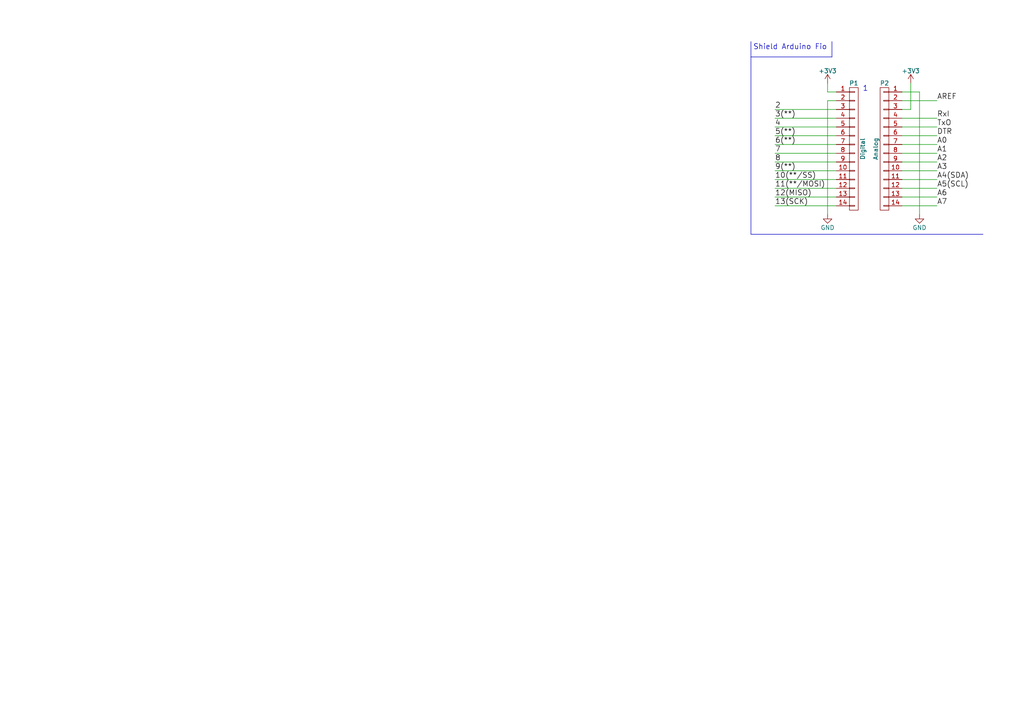
<source format=kicad_sch>
(kicad_sch (version 20230121) (generator eeschema)
  (paper "A4")
  (title_block (date "sam. 04 avril 2015"))
  (lib_symbols
    (symbol "Arduino_Fio-rescue:+3.3V" (power) (pin_names (offset 0))
      (property "Value" "+3.3V" (at 0 3.556 0))
      (symbol "+3.3V_0_1"
        (polyline (pts (xy -0.762 1.27) (xy 0 2.54)))
        (polyline (pts (xy 0 0) (xy 0 2.54)))
        (polyline (pts (xy 0 2.54) (xy 0.762 1.27)))
      )
      (symbol "+3.3V_1_1"
        (pin power_in line (at 0 0 90) (length 0) hide (name "+3V3") (number "1"))
      )
    )
    (symbol "Arduino_Fio-rescue:CONN_01X14" (pin_names (offset 1.016) hide)
      (property "Reference" "P" (at 0 19.05 0))
      (property "Value" "CONN_01X14" (at 2.54 0 90))
      (symbol "CONN_01X14_0_1"
        (rectangle (start -1.27 -16.383) (end 0.254 -16.637))
        (rectangle (start -1.27 -13.843) (end 0.254 -14.097))
        (rectangle (start -1.27 -11.303) (end 0.254 -11.557))
        (rectangle (start -1.27 -8.763) (end 0.254 -9.017))
        (rectangle (start -1.27 -6.223) (end 0.254 -6.477))
        (rectangle (start -1.27 -3.683) (end 0.254 -3.937))
        (rectangle (start -1.27 -1.143) (end 0.254 -1.397))
        (rectangle (start -1.27 1.397) (end 0.254 1.143))
        (rectangle (start -1.27 3.937) (end 0.254 3.683))
        (rectangle (start -1.27 6.477) (end 0.254 6.223))
        (rectangle (start -1.27 9.017) (end 0.254 8.763))
        (rectangle (start -1.27 11.557) (end 0.254 11.303))
        (rectangle (start -1.27 14.097) (end 0.254 13.843))
        (rectangle (start -1.27 16.637) (end 0.254 16.383))
        (rectangle (start -1.27 17.78) (end 1.27 -17.78))
      )
      (symbol "CONN_01X14_1_1"
        (pin passive line (at -5.08 16.51 0) (length 3.81) (name "P1") (number "1"))
        (pin passive line (at -5.08 -6.35 0) (length 3.81) (name "P10") (number "10"))
        (pin passive line (at -5.08 -8.89 0) (length 3.81) (name "P11") (number "11"))
        (pin passive line (at -5.08 -11.43 0) (length 3.81) (name "P12") (number "12"))
        (pin passive line (at -5.08 -13.97 0) (length 3.81) (name "P13") (number "13"))
        (pin passive line (at -5.08 -16.51 0) (length 3.81) (name "P14") (number "14"))
        (pin passive line (at -5.08 13.97 0) (length 3.81) (name "P2") (number "2"))
        (pin passive line (at -5.08 11.43 0) (length 3.81) (name "P3") (number "3"))
        (pin passive line (at -5.08 8.89 0) (length 3.81) (name "P4") (number "4"))
        (pin passive line (at -5.08 6.35 0) (length 3.81) (name "P5") (number "5"))
        (pin passive line (at -5.08 3.81 0) (length 3.81) (name "P6") (number "6"))
        (pin passive line (at -5.08 1.27 0) (length 3.81) (name "P7") (number "7"))
        (pin passive line (at -5.08 -1.27 0) (length 3.81) (name "P8") (number "8"))
        (pin passive line (at -5.08 -3.81 0) (length 3.81) (name "P9") (number "9"))
      )
    )
    (symbol "Arduino_Fio-rescue:GND" (power) (pin_names (offset 0))
      (property "Value" "GND" (at 0 -3.81 0))
      (symbol "GND_0_1"
        (polyline (pts (xy 0 0) (xy 0 -1.27) (xy 1.27 -1.27) (xy 0 -2.54) (xy -1.27 -1.27) (xy 0 -1.27)))
      )
      (symbol "GND_1_1"
        (pin power_in line (at 0 0 270) (length 0) hide (name "GND") (number "1"))
      )
    )
  )
  (wire (pts (xy 261.62 54.61) (xy 271.78 54.61)))
  (wire (pts (xy 224.79 57.15) (xy 242.57 57.15)))
  (wire (pts (xy 242.57 59.69) (xy 224.79 59.69)))
  (wire (pts (xy 264.16 31.75) (xy 264.16 24.13)))
  (wire (pts (xy 224.79 44.45) (xy 242.57 44.45)))
  (wire (pts (xy 271.78 46.99) (xy 261.62 46.99)))
  (wire (pts (xy 271.78 57.15) (xy 261.62 57.15)))
  (wire (pts (xy 261.62 26.67) (xy 266.7 26.67)))
  (wire (pts (xy 261.62 44.45) (xy 271.78 44.45)))
  (wire (pts (xy 261.62 31.75) (xy 264.16 31.75)))
  (wire (pts (xy 242.57 29.21) (xy 240.03 29.21)))
  (wire (pts (xy 224.79 36.83) (xy 242.57 36.83)))
  (wire (pts (xy 271.78 59.69) (xy 261.62 59.69)))
  (wire (pts (xy 224.79 34.29) (xy 242.57 34.29)))
  (polyline (pts (xy 241.3 16.51) (xy 241.3 12.065)))
  (wire (pts (xy 224.79 41.91) (xy 242.57 41.91)))
  (wire (pts (xy 271.78 41.91) (xy 261.62 41.91)))
  (polyline (pts (xy 217.805 67.945) (xy 285.115 67.945)))
  (polyline (pts (xy 217.805 12.065) (xy 217.805 67.945)))
  (wire (pts (xy 240.03 29.21) (xy 240.03 62.23)))
  (polyline (pts (xy 217.805 16.51) (xy 241.3 16.51)))
  (wire (pts (xy 224.79 54.61) (xy 242.57 54.61)))
  (wire (pts (xy 242.57 26.67) (xy 240.03 26.67)))
  (wire (pts (xy 224.79 52.07) (xy 242.57 52.07)))
  (wire (pts (xy 271.78 39.37) (xy 261.62 39.37)))
  (wire (pts (xy 261.62 29.21) (xy 271.78 29.21)))
  (wire (pts (xy 240.03 26.67) (xy 240.03 24.13)))
  (wire (pts (xy 242.57 49.53) (xy 224.79 49.53)))
  (wire (pts (xy 224.79 31.75) (xy 242.57 31.75)))
  (wire (pts (xy 224.79 46.99) (xy 242.57 46.99)))
  (wire (pts (xy 271.78 49.53) (xy 261.62 49.53)))
  (wire (pts (xy 271.78 52.07) (xy 261.62 52.07)))
  (wire (pts (xy 271.78 36.83) (xy 261.62 36.83)))
  (wire (pts (xy 266.7 26.67) (xy 266.7 62.23)))
  (wire (pts (xy 271.78 34.29) (xy 261.62 34.29)))
  (wire (pts (xy 242.57 39.37) (xy 224.79 39.37)))
  (text "Shield Arduino Fio " (at 218.44 14.605 0) (effects (font (size 1.524 1.524)) (justify left bottom)))
  (text "1" (at 250.19 26.67 0) (effects (font (size 1.524 1.524)) (justify left bottom)))
  (label "DTR" (at 271.78 39.37 0) (effects (font (size 1.524 1.524))))
  (label "A6" (at 271.78 57.15 0) (effects (font (size 1.524 1.524))))
  (label "6(**)" (at 224.79 41.91 0) (effects (font (size 1.524 1.524))))
  (label "4" (at 224.79 36.83 0) (effects (font (size 1.524 1.524))))
  (label "A1" (at 271.78 44.45 0) (effects (font (size 1.524 1.524))))
  (label "9(**)" (at 224.79 49.53 0) (effects (font (size 1.524 1.524))))
  (label "AREF" (at 271.78 29.21 0) (effects (font (size 1.524 1.524))))
  (label "A4(SDA)" (at 271.78 52.07 0) (effects (font (size 1.524 1.524))))
  (label "2" (at 224.79 31.75 0) (effects (font (size 1.524 1.524))))
  (label "A7" (at 271.78 59.69 0) (effects (font (size 1.524 1.524))))
  (label "A3" (at 271.78 49.53 0) (effects (font (size 1.524 1.524))))
  (label "RxI" (at 271.78 34.29 0) (effects (font (size 1.524 1.524))))
  (label "A0" (at 271.78 41.91 0) (effects (font (size 1.524 1.524))))
  (label "A5(SCL)" (at 271.78 54.61 0) (effects (font (size 1.524 1.524))))
  (label "13(SCK)" (at 224.79 59.69 0) (effects (font (size 1.524 1.524))))
  (label "8" (at 224.79 46.99 0) (effects (font (size 1.524 1.524))))
  (label "12(MISO)" (at 224.79 57.15 0) (effects (font (size 1.524 1.524))))
  (label "5(**)" (at 224.79 39.37 0) (effects (font (size 1.524 1.524))))
  (label "3(**)" (at 224.79 34.29 0) (effects (font (size 1.524 1.524))))
  (label "TxO" (at 271.78 36.83 0) (effects (font (size 1.524 1.524))))
  (label "7" (at 224.79 44.45 0) (effects (font (size 1.524 1.524))))
  (label "11(**/MOSI)" (at 224.79 54.61 0) (effects (font (size 1.524 1.524))))
  (label "A2" (at 271.78 46.99 0) (effects (font (size 1.524 1.524))))
  (label "10(**/SS)" (at 224.79 52.07 0) (effects (font (size 1.524 1.524))))
  (symbol (lib_id "Arduino_Fio-rescue:CONN_01X14") (at 247.65 43.18 0) (unit 1)
    (property "Reference" "P1" (at 247.65 24.13 0))
    (property "Value" "Digital" (at 250.19 43.18 90))
    (property "Footprint" "Socket_Arduino_Fio:Socket_Strip_Straight_1x14" (effects hide))
  )
  (symbol (lib_id "Arduino_Fio-rescue:CONN_01X14") (at 256.54 43.18 0) (mirror y) (unit 1)
    (property "Reference" "P2" (at 256.54 24.13 0))
    (property "Value" "Analog" (at 254 43.18 90))
    (property "Footprint" "Socket_Arduino_Fio:Socket_Strip_Straight_1x14" (effects hide))
  )
  (symbol (lib_id "Arduino_Fio-rescue:+3.3V") (at 240.03 24.13 0) (unit 1)
    (property "Reference" "#PWR01" (effects hide))
    (property "Value" "+3.3V" (at 240.03 20.574 0))
  )
  (symbol (lib_id "Arduino_Fio-rescue:GND") (at 240.03 62.23 0) (unit 1)
    (property "Reference" "#PWR02" (effects hide))
    (property "Value" "GND" (at 240.03 66.04 0))
  )
  (symbol (lib_id "Arduino_Fio-rescue:+3.3V") (at 264.16 24.13 0) (unit 1)
    (property "Reference" "#PWR03" (effects hide))
    (property "Value" "+3.3V" (at 264.16 20.574 0))
  )
  (symbol (lib_id "Arduino_Fio-rescue:GND") (at 266.7 62.23 0) (unit 1)
    (property "Reference" "#PWR04" (effects hide))
    (property "Value" "GND" (at 266.7 66.04 0))
  )
)
</source>
